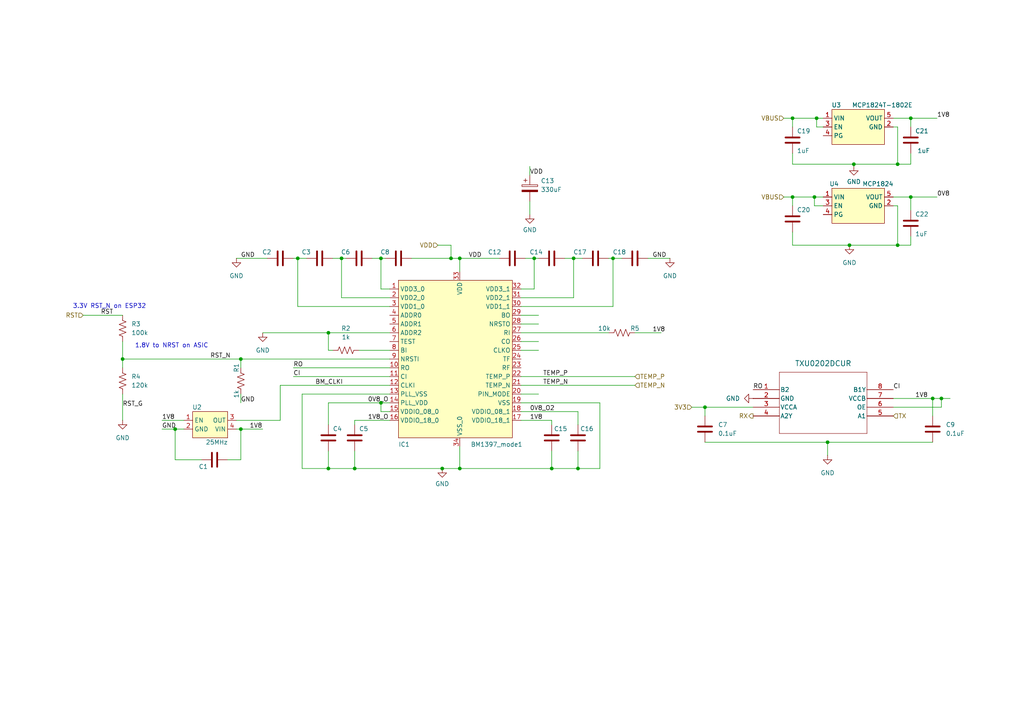
<source format=kicad_sch>
(kicad_sch (version 20231120) (generator "eeschema") (generator_version "8.0")
  (paper "A4")
  (lib_symbols
    (symbol "Device:C" (pin_numbers hide) (pin_names (offset 0.254))
      (property "Reference" "C" (at 0.635 2.54 0))
      (property "Value" "C" (at 0.635 -2.54 0))
      (symbol "C_0_1"
        (polyline (pts (xy -2.032 -0.762) (xy 2.032 -0.762)) (stroke (width 0.508)))
        (polyline (pts (xy -2.032 0.762) (xy 2.032 0.762)) (stroke (width 0.508)))
      )
      (symbol "C_1_1"
        (pin passive line (at 0 3.81 270) (length 2.794) (name "~") (number "1"))
        (pin passive line (at 0 -3.81 90) (length 2.794) (name "~") (number "2"))
      )
    )
    (symbol "Device:C_Polarized" (pin_numbers hide) (pin_names (offset 0.254))
      (property "Reference" "C" (at 0.635 2.54 0))
      (property "Value" "C_Polarized" (at 0.635 -2.54 0))
      (symbol "C_Polarized_0_1"
        (rectangle (start -2.286 0.508) (end 2.286 1.016))
        (polyline (pts (xy -1.778 2.286) (xy -0.762 2.286)))
        (polyline (pts (xy -1.27 2.794) (xy -1.27 1.778)))
        (rectangle (start 2.286 -0.508) (end -2.286 -1.016) (fill (type outline)))
      )
      (symbol "C_Polarized_1_1"
        (pin passive line (at 0 3.81 270) (length 2.794) (name "~") (number "1"))
        (pin passive line (at 0 -3.81 90) (length 2.794) (name "~") (number "2"))
      )
    )
    (symbol "Device:R_US" (pin_numbers hide) (pin_names (offset 0))
      (property "Reference" "R" (at 2.54 0 90))
      (property "Value" "R_US" (at -2.54 0 90))
      (symbol "R_US_0_1"
        (polyline (pts (xy 0 -2.286) (xy 0 -2.54)))
        (polyline (pts (xy 0 2.286) (xy 0 2.54)))
        (polyline (pts (xy 0 -0.762) (xy 1.016 -1.143) (xy 0 -1.524) (xy -1.016 -1.905) (xy 0 -2.286)))
        (polyline (pts (xy 0 0.762) (xy 1.016 0.381) (xy 0 0) (xy -1.016 -0.381) (xy 0 -0.762)))
        (polyline (pts (xy 0 2.286) (xy 1.016 1.905) (xy 0 1.524) (xy -1.016 1.143) (xy 0 0.762)))
      )
      (symbol "R_US_1_1"
        (pin passive line (at 0 3.81 270) (length 1.27) (name "~") (number "1"))
        (pin passive line (at 0 -3.81 90) (length 1.27) (name "~") (number "2"))
      )
    )
    (symbol "GND_1" (power) (pin_numbers hide) (pin_names (offset 0) hide)
      (property "Value" "GND" (at 0 -3.81 0))
      (symbol "GND_1_0_1"
        (polyline (pts (xy 0 0) (xy 0 -1.27) (xy 1.27 -1.27) (xy 0 -2.54) (xy -1.27 -1.27) (xy 0 -1.27)))
      )
      (symbol "GND_1_1_1"
        (pin power_in line (at 0 0 270) (length 0) (name "~") (number "1"))
      )
    )
    (symbol "GND_2" (power) (pin_numbers hide) (pin_names (offset 0) hide)
      (property "Value" "GND" (at 0 -3.81 0))
      (symbol "GND_2_0_1"
        (polyline (pts (xy 0 0) (xy 0 -1.27) (xy 1.27 -1.27) (xy 0 -2.54) (xy -1.27 -1.27) (xy 0 -1.27)))
      )
      (symbol "GND_2_1_1"
        (pin power_in line (at 0 0 270) (length 0) (name "~") (number "1"))
      )
    )
    (symbol "GND_3" (power) (pin_numbers hide) (pin_names (offset 0) hide)
      (property "Value" "GND" (at 0 -3.81 0))
      (symbol "GND_3_0_1"
        (polyline (pts (xy 0 0) (xy 0 -1.27) (xy 1.27 -1.27) (xy 0 -2.54) (xy -1.27 -1.27) (xy 0 -1.27)))
      )
      (symbol "GND_3_1_1"
        (pin power_in line (at 0 0 270) (length 0) (name "~") (number "1"))
      )
    )
    (symbol "GND_4" (power) (pin_numbers hide) (pin_names (offset 0) hide)
      (property "Value" "GND" (at 0 -3.81 0))
      (symbol "GND_4_0_1"
        (polyline (pts (xy 0 0) (xy 0 -1.27) (xy 1.27 -1.27) (xy 0 -2.54) (xy -1.27 -1.27) (xy 0 -1.27)))
      )
      (symbol "GND_4_1_1"
        (pin power_in line (at 0 0 270) (length 0) (name "~") (number "1"))
      )
    )
    (symbol "GND_5" (power) (pin_numbers hide) (pin_names (offset 0) hide)
      (property "Value" "GND" (at 0 -3.81 0))
      (symbol "GND_5_0_1"
        (polyline (pts (xy 0 0) (xy 0 -1.27) (xy 1.27 -1.27) (xy 0 -2.54) (xy -1.27 -1.27) (xy 0 -1.27)))
      )
      (symbol "GND_5_1_1"
        (pin power_in line (at 0 0 270) (length 0) (name "~") (number "1"))
      )
    )
    (symbol "GND_6" (power) (pin_numbers hide) (pin_names (offset 0) hide)
      (property "Value" "GND" (at 0 -3.81 0))
      (symbol "GND_6_0_1"
        (polyline (pts (xy 0 0) (xy 0 -1.27) (xy 1.27 -1.27) (xy 0 -2.54) (xy -1.27 -1.27) (xy 0 -1.27)))
      )
      (symbol "GND_6_1_1"
        (pin power_in line (at 0 0 270) (length 0) (name "~") (number "1"))
      )
    )
    (symbol "MCP1824_1"
      (property "Reference" "U" (at -7.62 5.08 0))
      (property "Value" "MCP1824_1" (at 5.08 5.08 0))
      (symbol "MCP1824_1_0_1"
        (rectangle (start -7.62 3.81) (end 7.62 -6.35) (stroke (width 0.1524)) (fill (type background)))
      )
      (symbol "MCP1824_1_1_0"
        (pin bidirectional line (at -10.16 1.27 0) (length 2.54) (name "VIN") (number "1"))
        (pin bidirectional line (at 10.16 -1.27 180) (length 2.54) (name "GND") (number "2"))
        (pin bidirectional line (at -10.16 -1.27 0) (length 2.54) (name "EN") (number "3"))
        (pin bidirectional line (at -10.16 -3.81 0) (length 2.54) (name "PG") (number "4"))
        (pin bidirectional line (at 10.16 1.27 180) (length 2.54) (name "VOUT") (number "5"))
      )
    )
    (symbol "bitaxe:BM1397_mode1"
      (property "Reference" "IC" (at -17.78 17.78 0))
      (property "Value" "BM1397_mode1" (at -17.78 -30.48 0))
      (symbol "BM1397_mode1_1_0"
        (pin bidirectional line (at -20.32 15.24 0) (length 2.54) (name "VDD3_0") (number "1"))
        (pin bidirectional line (at -20.32 -7.62 0) (length 2.54) (name "RO") (number "10"))
        (pin bidirectional line (at -20.32 -10.16 0) (length 2.54) (name "CI") (number "11"))
        (pin bidirectional line (at -20.32 -12.7 0) (length 2.54) (name "CLKI") (number "12"))
        (pin bidirectional line (at -20.32 -15.24 0) (length 2.54) (name "PLL_VSS") (number "13"))
        (pin bidirectional line (at -20.32 -17.78 0) (length 2.54) (name "PLL_VDD") (number "14"))
        (pin bidirectional line (at -20.32 -20.32 0) (length 2.54) (name "VDDIO_08_0") (number "15"))
        (pin bidirectional line (at -20.32 -22.86 0) (length 2.54) (name "VDDIO_18_0") (number "16"))
        (pin bidirectional line (at 17.78 -22.86 180) (length 2.54) (name "VDDIO_18_1") (number "17"))
        (pin bidirectional line (at 17.78 -20.32 180) (length 2.54) (name "VDDIO_08_1") (number "18"))
        (pin bidirectional line (at 17.78 -17.78 180) (length 2.54) (name "VSS") (number "19"))
        (pin bidirectional line (at -20.32 12.7 0) (length 2.54) (name "VDD2_0") (number "2"))
        (pin bidirectional line (at 17.78 -15.24 180) (length 2.54) (name "PIN_MODE") (number "20"))
        (pin bidirectional line (at 17.78 -12.7 180) (length 2.54) (name "TEMP_N") (number "21"))
        (pin bidirectional line (at 17.78 -10.16 180) (length 2.54) (name "TEMP_P") (number "22"))
        (pin bidirectional line (at 17.78 -7.62 180) (length 2.54) (name "RF") (number "23"))
        (pin bidirectional line (at 17.78 -5.08 180) (length 2.54) (name "TF") (number "24"))
        (pin bidirectional line (at 17.78 -2.54 180) (length 2.54) (name "CLKO") (number "25"))
        (pin bidirectional line (at 17.78 0 180) (length 2.54) (name "CO") (number "26"))
        (pin bidirectional line (at 17.78 2.54 180) (length 2.54) (name "RI") (number "27"))
        (pin bidirectional line (at 17.78 5.08 180) (length 2.54) (name "NRSTO") (number "28"))
        (pin bidirectional line (at 17.78 7.62 180) (length 2.54) (name "BO") (number "29"))
        (pin bidirectional line (at -20.32 10.16 0) (length 2.54) (name "VDD1_0") (number "3"))
        (pin bidirectional line (at 17.78 10.16 180) (length 2.54) (name "VDD1_1") (number "30"))
        (pin bidirectional line (at 17.78 12.7 180) (length 2.54) (name "VDD2_1") (number "31"))
        (pin bidirectional line (at 17.78 15.24 180) (length 2.54) (name "VDD3_1") (number "32"))
        (pin bidirectional line (at 0 20.32 270) (length 2.54) (name "VDD") (number "33"))
        (pin bidirectional line (at 0 -30.48 90) (length 2.54) (name "VSS_0") (number "34"))
        (pin bidirectional line (at -20.32 7.62 0) (length 2.54) (name "ADDR0") (number "4"))
        (pin bidirectional line (at -20.32 5.08 0) (length 2.54) (name "ADDR1") (number "5"))
        (pin bidirectional line (at -20.32 2.54 0) (length 2.54) (name "ADDR2") (number "6"))
        (pin bidirectional line (at -20.32 0 0) (length 2.54) (name "TEST") (number "7"))
        (pin bidirectional line (at -20.32 -2.54 0) (length 2.54) (name "BI") (number "8"))
        (pin bidirectional line (at -20.32 -5.08 0) (length 2.54) (name "NRSTI") (number "9"))
      )
      (symbol "BM1397_mode1_1_1"
        (rectangle (start -17.78 17.78) (end 15.24 -27.94) (stroke (width 0.1524)) (fill (type background)))
      )
    )
    (symbol "bitaxe:MCP1824"
      (property "Reference" "U" (at -7.62 5.08 0))
      (property "Value" "MCP1824" (at 5.08 5.08 0))
      (symbol "MCP1824_0_1"
        (rectangle (start -7.62 3.81) (end 7.62 -6.35) (stroke (width 0.1524)) (fill (type background)))
      )
      (symbol "MCP1824_1_0"
        (pin bidirectional line (at -10.16 1.27 0) (length 2.54) (name "VIN") (number "1"))
        (pin bidirectional line (at 10.16 -1.27 180) (length 2.54) (name "GND") (number "2"))
        (pin bidirectional line (at -10.16 -1.27 0) (length 2.54) (name "EN") (number "3"))
        (pin bidirectional line (at -10.16 -3.81 0) (length 2.54) (name "PG") (number "4"))
        (pin bidirectional line (at 10.16 1.27 180) (length 2.54) (name "VOUT") (number "5"))
      )
    )
    (symbol "bitaxe:TXU0202DCUR" (pin_names (offset 0.254))
      (property "Reference" "U" (at 20.32 10.16 0))
      (property "Value" "TXU0202DCUR" (at 20.32 7.62 0))
      (symbol "TXU0202DCUR_0_1"
        (polyline (pts (xy 7.62 -12.7) (xy 33.02 -12.7)) (stroke (width 0.127)))
        (polyline (pts (xy 7.62 5.08) (xy 7.62 -12.7)) (stroke (width 0.127)))
        (polyline (pts (xy 33.02 -12.7) (xy 33.02 5.08)) (stroke (width 0.127)))
        (polyline (pts (xy 33.02 5.08) (xy 7.62 5.08)) (stroke (width 0.127)))
        (pin input line (at 0 0 0) (length 7.62) (name "B2") (number "1"))
        (pin power_out line (at 0 -2.54 0) (length 7.62) (name "GND") (number "2"))
        (pin power_in line (at 0 -5.08 0) (length 7.62) (name "VCCA") (number "3"))
        (pin output line (at 0 -7.62 0) (length 7.62) (name "A2Y") (number "4"))
        (pin input line (at 40.64 -7.62 180) (length 7.62) (name "A1") (number "5"))
        (pin input line (at 40.64 -5.08 180) (length 7.62) (name "OE") (number "6"))
        (pin power_in line (at 40.64 -2.54 180) (length 7.62) (name "VCCB") (number "7"))
        (pin output line (at 40.64 0 180) (length 7.62) (name "B1Y") (number "8"))
      )
    )
    (symbol "bitaxe:oscillator"
      (property "Reference" "U" (at -3.81 5.08 0))
      (property "Value" "oscillator" (at 0 -5.08 0))
      (symbol "oscillator_0_1"
        (rectangle (start -5.08 3.81) (end 5.08 -3.81) (stroke (width 0.1524)) (fill (type background)))
      )
      (symbol "oscillator_1_0"
        (pin bidirectional line (at -7.62 1.27 0) (length 2.54) (name "EN") (number "1"))
        (pin bidirectional line (at -7.62 -1.27 0) (length 2.54) (name "GND") (number "2"))
        (pin bidirectional line (at 7.62 1.27 180) (length 2.54) (name "OUT") (number "3"))
        (pin bidirectional line (at 7.62 -1.27 180) (length 2.54) (name "VIN") (number "4"))
      )
    )
    (symbol "power:GND" (power) (pin_names (offset 0))
      (property "Value" "GND" (at 0 -3.81 0))
      (symbol "GND_0_1"
        (polyline (pts (xy 0 0) (xy 0 -1.27) (xy 1.27 -1.27) (xy 0 -2.54) (xy -1.27 -1.27) (xy 0 -1.27)))
      )
      (symbol "GND_1_1"
        (pin power_in line (at 0 0 270) (length 0) hide (name "GND") (number "1"))
      )
    )
  )
  (junction (at 240.03 128.27))
  (junction (at 260.35 47.625) (diameter 0.9144))
  (junction (at 229.87 57.15) (diameter 0.9144))
  (junction (at 236.855 34.29))
  (junction (at 95.25 135.89))
  (junction (at 229.87 34.29) (diameter 0.9144))
  (junction (at 160.02 135.89))
  (junction (at 130.81 74.93))
  (junction (at 50.8 124.46))
  (junction (at 204.47 118.11))
  (junction (at 167.64 135.89))
  (junction (at 270.51 115.57))
  (junction (at 128.27 135.89))
  (junction (at 102.87 135.89))
  (junction (at 236.22 57.15))
  (junction (at 247.65 47.625))
  (junction (at 264.16 57.15) (diameter 0.9144))
  (junction (at 99.06 74.93))
  (junction (at 154.94 74.93))
  (junction (at 35.56 104.14))
  (junction (at 273.05 115.57))
  (junction (at 166.37 74.93))
  (junction (at 95.25 96.52))
  (junction (at 264.16 34.29) (diameter 0.9144))
  (junction (at 86.36 74.93))
  (junction (at 177.8 74.93))
  (junction (at 246.38 71.12))
  (junction (at 110.49 116.84))
  (junction (at 133.35 135.89))
  (junction (at 69.85 124.46))
  (junction (at 133.35 74.93))
  (junction (at 260.35 71.12) (diameter 0.9144))
  (junction (at 69.85 104.14))
  (junction (at 110.49 74.93))
  (wire (pts (xy 273.05 118.11) (xy 273.05 115.57)))
  (wire (pts (xy 133.35 135.89) (xy 133.35 129.54)))
  (wire (pts (xy 110.49 74.93) (xy 110.49 83.82)))
  (wire (pts (xy 35.56 104.14) (xy 69.85 104.14)))
  (wire (pts (xy 107.95 74.93) (xy 110.49 74.93)))
  (wire (pts (xy 69.85 124.46) (xy 76.2 124.46)))
  (wire (pts (xy 102.87 130.81) (xy 102.87 135.89)))
  (wire (pts (xy 68.58 124.46) (xy 69.85 124.46)))
  (wire (pts (xy 187.96 74.93) (xy 194.31 74.93)))
  (wire (pts (xy 154.94 74.93) (xy 156.21 74.93)))
  (wire (pts (xy 240.03 128.27) (xy 270.51 128.27)))
  (wire (pts (xy 273.05 115.57) (xy 275.59 115.57)))
  (wire (pts (xy 76.2 96.52) (xy 95.25 96.52)))
  (wire (pts (xy 166.37 86.36) (xy 166.37 74.93)))
  (wire (pts (xy 153.67 58.42) (xy 153.67 62.23)))
  (wire (pts (xy 236.22 59.69) (xy 238.76 59.69)))
  (wire (pts (xy 184.15 96.52) (xy 191.77 96.52)))
  (wire (pts (xy 160.02 130.81) (xy 160.02 135.89)))
  (wire (pts (xy 86.36 88.9) (xy 86.36 74.93)))
  (wire (pts (xy 173.99 116.84) (xy 151.13 116.84)))
  (wire (pts (xy 260.35 71.12) (xy 246.38 71.12)))
  (wire (pts (xy 110.49 119.38) (xy 110.49 116.84)))
  (wire (pts (xy 35.56 104.14) (xy 35.56 106.68)))
  (wire (pts (xy 68.58 121.92) (xy 81.28 121.92)))
  (wire (pts (xy 264.16 34.29) (xy 271.78 34.29)))
  (wire (pts (xy 260.35 59.69) (xy 259.08 59.69)))
  (wire (pts (xy 229.87 47.625) (xy 247.65 47.625)))
  (wire (pts (xy 35.56 114.3) (xy 35.56 121.92)))
  (wire (pts (xy 264.16 44.45) (xy 264.16 47.625)))
  (wire (pts (xy 95.25 130.81) (xy 95.25 135.89)))
  (wire (pts (xy 152.4 74.93) (xy 154.94 74.93)))
  (wire (pts (xy 236.22 59.69) (xy 236.22 57.15)))
  (wire (pts (xy 81.28 111.76) (xy 81.28 121.92)))
  (wire (pts (xy 50.8 133.35) (xy 50.8 124.46)))
  (wire (pts (xy 127 71.12) (xy 130.81 71.12)))
  (wire (pts (xy 227.33 57.15) (xy 229.87 57.15)))
  (wire (pts (xy 46.99 124.46) (xy 50.8 124.46)))
  (wire (pts (xy 167.64 119.38) (xy 167.64 123.19)))
  (wire (pts (xy 95.25 135.89) (xy 102.87 135.89)))
  (wire (pts (xy 259.08 115.57) (xy 270.51 115.57)))
  (wire (pts (xy 229.87 44.45) (xy 229.87 47.625)))
  (wire (pts (xy 87.63 114.3) (xy 87.63 135.89)))
  (wire (pts (xy 229.87 34.29) (xy 229.87 36.83)))
  (wire (pts (xy 236.22 57.15) (xy 238.76 57.15)))
  (wire (pts (xy 151.13 119.38) (xy 167.64 119.38)))
  (wire (pts (xy 95.25 116.84) (xy 110.49 116.84)))
  (wire (pts (xy 236.855 36.83) (xy 236.855 34.29)))
  (wire (pts (xy 119.38 74.93) (xy 130.81 74.93)))
  (wire (pts (xy 151.13 91.44) (xy 156.21 91.44)))
  (wire (pts (xy 229.87 34.29) (xy 236.855 34.29)))
  (wire (pts (xy 68.58 74.93) (xy 77.47 74.93)))
  (wire (pts (xy 151.13 101.6) (xy 156.21 101.6)))
  (wire (pts (xy 85.09 109.22) (xy 113.03 109.22)))
  (wire (pts (xy 259.08 57.15) (xy 264.16 57.15)))
  (wire (pts (xy 113.03 83.82) (xy 110.49 83.82)))
  (wire (pts (xy 229.87 57.15) (xy 229.87 59.69)))
  (wire (pts (xy 86.36 74.93) (xy 88.9 74.93)))
  (wire (pts (xy 128.27 135.89) (xy 133.35 135.89)))
  (wire (pts (xy 259.08 34.29) (xy 264.16 34.29)))
  (wire (pts (xy 204.47 118.11) (xy 218.44 118.11)))
  (wire (pts (xy 166.37 74.93) (xy 168.91 74.93)))
  (wire (pts (xy 133.35 74.93) (xy 133.35 78.74)))
  (wire (pts (xy 173.99 135.89) (xy 173.99 116.84)))
  (wire (pts (xy 133.35 135.89) (xy 160.02 135.89)))
  (wire (pts (xy 66.04 133.35) (xy 69.85 133.35)))
  (wire (pts (xy 151.13 121.92) (xy 160.02 121.92)))
  (wire (pts (xy 200.66 118.11) (xy 204.47 118.11)))
  (wire (pts (xy 153.67 50.8) (xy 153.67 48.26)))
  (wire (pts (xy 81.28 111.76) (xy 113.03 111.76)))
  (wire (pts (xy 270.51 115.57) (xy 270.51 120.65)))
  (wire (pts (xy 151.13 111.76) (xy 184.15 111.76)))
  (wire (pts (xy 69.85 104.14) (xy 113.03 104.14)))
  (wire (pts (xy 46.99 121.92) (xy 53.34 121.92)))
  (wire (pts (xy 151.13 96.52) (xy 176.53 96.52)))
  (wire (pts (xy 95.25 123.19) (xy 95.25 116.84)))
  (wire (pts (xy 69.85 133.35) (xy 69.85 124.46)))
  (wire (pts (xy 163.83 74.93) (xy 166.37 74.93)))
  (wire (pts (xy 151.13 99.06) (xy 156.21 99.06)))
  (wire (pts (xy 167.64 135.89) (xy 173.99 135.89)))
  (wire (pts (xy 264.16 47.625) (xy 260.35 47.625)))
  (wire (pts (xy 24.13 91.44) (xy 35.56 91.44)))
  (wire (pts (xy 130.81 71.12) (xy 130.81 74.93)))
  (wire (pts (xy 85.09 106.68) (xy 113.03 106.68)))
  (wire (pts (xy 236.855 34.29) (xy 238.76 34.29)))
  (wire (pts (xy 144.78 74.93) (xy 133.35 74.93)))
  (wire (pts (xy 264.16 57.15) (xy 264.16 60.96)))
  (wire (pts (xy 151.13 93.98) (xy 156.21 93.98)))
  (wire (pts (xy 204.47 128.27) (xy 240.03 128.27)))
  (wire (pts (xy 176.53 74.93) (xy 177.8 74.93)))
  (wire (pts (xy 50.8 124.46) (xy 53.34 124.46)))
  (wire (pts (xy 102.87 135.89) (xy 128.27 135.89)))
  (wire (pts (xy 113.03 86.36) (xy 99.06 86.36)))
  (wire (pts (xy 113.03 119.38) (xy 110.49 119.38)))
  (wire (pts (xy 110.49 116.84) (xy 113.03 116.84)))
  (wire (pts (xy 260.35 36.83) (xy 260.35 47.625)))
  (wire (pts (xy 160.02 135.89) (xy 167.64 135.89)))
  (wire (pts (xy 104.14 101.6) (xy 113.03 101.6)))
  (wire (pts (xy 229.87 57.15) (xy 236.22 57.15)))
  (wire (pts (xy 95.25 96.52) (xy 113.03 96.52)))
  (wire (pts (xy 69.85 114.3) (xy 69.85 116.84)))
  (wire (pts (xy 259.08 118.11) (xy 273.05 118.11)))
  (wire (pts (xy 35.56 99.06) (xy 35.56 104.14)))
  (wire (pts (xy 167.64 130.81) (xy 167.64 135.89)))
  (wire (pts (xy 102.87 123.19) (xy 102.87 121.92)))
  (wire (pts (xy 96.52 101.6) (xy 95.25 101.6)))
  (wire (pts (xy 102.87 121.92) (xy 113.03 121.92)))
  (wire (pts (xy 95.25 101.6) (xy 95.25 96.52)))
  (wire (pts (xy 260.35 36.83) (xy 259.08 36.83)))
  (wire (pts (xy 87.63 135.89) (xy 95.25 135.89)))
  (wire (pts (xy 58.42 133.35) (xy 50.8 133.35)))
  (wire (pts (xy 264.16 34.29) (xy 264.16 36.83)))
  (wire (pts (xy 87.63 114.3) (xy 113.03 114.3)))
  (wire (pts (xy 151.13 88.9) (xy 177.8 88.9)))
  (wire (pts (xy 204.47 118.11) (xy 204.47 120.65)))
  (wire (pts (xy 260.35 59.69) (xy 260.35 71.12)))
  (wire (pts (xy 110.49 74.93) (xy 111.76 74.93)))
  (wire (pts (xy 227.33 34.29) (xy 229.87 34.29)))
  (wire (pts (xy 85.09 74.93) (xy 86.36 74.93)))
  (wire (pts (xy 247.65 47.625) (xy 260.35 47.625)))
  (wire (pts (xy 113.03 88.9) (xy 86.36 88.9)))
  (wire (pts (xy 264.16 71.12) (xy 260.35 71.12)))
  (wire (pts (xy 229.87 67.31) (xy 229.87 71.12)))
  (wire (pts (xy 177.8 88.9) (xy 177.8 74.93)))
  (wire (pts (xy 130.81 74.93) (xy 133.35 74.93)))
  (wire (pts (xy 247.65 47.625) (xy 247.65 48.26)))
  (wire (pts (xy 96.52 74.93) (xy 99.06 74.93)))
  (wire (pts (xy 99.06 86.36) (xy 99.06 74.93)))
  (wire (pts (xy 264.16 68.58) (xy 264.16 71.12)))
  (wire (pts (xy 160.02 121.92) (xy 160.02 123.19)))
  (wire (pts (xy 264.16 57.15) (xy 271.78 57.15)))
  (wire (pts (xy 99.06 74.93) (xy 100.33 74.93)))
  (wire (pts (xy 236.855 36.83) (xy 238.76 36.83)))
  (wire (pts (xy 240.03 128.27) (xy 240.03 132.08)))
  (wire (pts (xy 246.38 71.12) (xy 229.87 71.12)))
  (wire (pts (xy 270.51 115.57) (xy 273.05 115.57)))
  (wire (pts (xy 154.94 83.82) (xy 154.94 74.93)))
  (wire (pts (xy 69.85 104.14) (xy 69.85 106.68)))
  (wire (pts (xy 151.13 86.36) (xy 166.37 86.36)))
  (wire (pts (xy 151.13 109.22) (xy 184.15 109.22)))
  (wire (pts (xy 151.13 83.82) (xy 154.94 83.82)))
  (wire (pts (xy 151.13 114.3) (xy 156.21 114.3)))
  (wire (pts (xy 177.8 74.93) (xy 180.34 74.93)))
  (text "3.3V RST_N on ESP32" (at 31.75 88.9 0) (effects (font (size 1.27 1.27))))
  (text "1.8V to NRST on ASIC" (at 49.784 100.33 0) (effects (font (size 1.27 1.27))))
  (label "TEMP_N" (at 157.48 111.76 0))
  (label "1V8" (at 153.67 121.92 0))
  (label "0V8_O" (at 106.68 116.84 0))
  (label "VDD" (at 135.89 74.93 0))
  (label "RST" (at 29.21 91.44 0))
  (label "GND" (at 46.99 124.46 0))
  (label "GND" (at 189.23 74.93 0))
  (label "RST_N" (at 60.96 104.14 0))
  (label "1V8" (at 46.99 121.92 0))
  (label "CI" (at 259.08 113.03 0))
  (label "0V8_O2" (at 153.67 119.38 0))
  (label "1V8_O" (at 106.68 121.92 0))
  (label "BM_CLKI" (at 91.44 111.76 0))
  (label "0V8" (at 271.78 57.15 0))
  (label "GND" (at 69.85 74.93 0))
  (label "1V8" (at 189.23 96.52 0))
  (label "CI" (at 85.09 109.22 0))
  (label "1V8" (at 72.39 124.46 0))
  (label "1V8" (at 265.43 115.57 0))
  (label "TEMP_P" (at 157.48 109.22 0))
  (label "GND" (at 69.85 116.84 0))
  (label "RO" (at 218.44 113.03 0))
  (label "RO" (at 85.09 106.68 0))
  (label "1V8" (at 271.78 34.29 0))
  (label "VDD" (at 153.67 50.8 0))
  (label "RST_G" (at 35.56 118.11 0))
  (hierarchical_label "TX" (shape input) (at 259.08 120.65 0))
  (hierarchical_label "3V3" (shape input) (at 200.66 118.11 180))
  (hierarchical_label "RST" (shape input) (at 24.13 91.44 180))
  (hierarchical_label "TEMP_N" (shape input) (at 184.15 111.76 0))
  (hierarchical_label "RX" (shape output) (at 218.44 120.65 180))
  (hierarchical_label "VBUS" (shape input) (at 227.33 34.29 180))
  (hierarchical_label "VBUS" (shape input) (at 227.33 57.15 180))
  (hierarchical_label "VDD" (shape input) (at 127 71.12 180))
  (hierarchical_label "TEMP_P" (shape input) (at 184.15 109.22 0))
  (symbol (lib_id "Device:C") (at 160.02 74.93 90) (unit 1)
    (property "Reference" "C14" (at 157.48 72.39 90) (effects (justify left bottom)))
    (property "Value" "587-5514-1-ND" (effects (hide yes)))
    (property "Footprint" "Capacitor_SMD:C_0402_1005Metric" (effects (hide yes)))
    (property "DK" "587-5514-1-ND" (effects (hide yes)))
  )
  (symbol (lib_id "Device:R_US") (at 35.56 110.49 0) (unit 1)
    (property "Reference" "R4" (at 38.1 109.2199 0) (effects (justify left)))
    (property "Value" "120k" (at 38.1 111.7599 0) (effects (justify left)))
    (property "Footprint" "Resistor_SMD:R_0402_1005Metric" (effects (hide yes)))
    (property "Description" "Resistor, US symbol" (effects (hide yes)))
  )
  (symbol (lib_id "Device:R_US") (at 35.56 95.25 0) (unit 1)
    (property "Reference" "R3" (at 38.1 93.9799 0) (effects (justify left)))
    (property "Value" "100k" (at 38.1 96.5199 0) (effects (justify left)))
    (property "Footprint" "Resistor_SMD:R_0402_1005Metric" (effects (hide yes)))
    (property "Description" "Resistor, US symbol" (effects (hide yes)))
  )
  (symbol (lib_id "Device:C") (at 95.25 127 0) (unit 1)
    (property "Reference" "C4" (at 96.52 125.095 0) (effects (justify left bottom)))
    (property "Value" "587-5514-1-ND" (effects (hide yes)))
    (property "Footprint" "Capacitor_SMD:C_0402_1005Metric" (effects (hide yes)))
    (property "DK" "587-5514-1-ND" (effects (hide yes)))
  )
  (symbol (lib_id "power:GND") (at 247.65 48.26 0) (mirror y) (unit 1)
    (property "Reference" "#PWR012" (effects (hide yes)))
    (property "Value" "GND" (at 247.65 52.705 0))
  )
  (symbol (lib_id "Device:C") (at 167.64 127 0) (unit 1)
    (property "Reference" "C16" (at 168.275 125.095 0) (effects (justify left bottom)))
    (property "Value" "587-5514-1-ND" (effects (hide yes)))
    (property "Footprint" "Capacitor_SMD:C_0402_1005Metric" (effects (hide yes)))
    (property "DK" "587-5514-1-ND" (effects (hide yes)))
  )
  (symbol (lib_id "Device:C") (at 115.57 74.93 90) (unit 1)
    (property "Reference" "C8" (at 113.03 72.39 90) (effects (justify left bottom)))
    (property "Value" "587-5514-1-ND" (effects (hide yes)))
    (property "Footprint" "Capacitor_SMD:C_0402_1005Metric" (effects (hide yes)))
    (property "DK" "587-5514-1-ND" (effects (hide yes)))
  )
  (symbol (lib_id "Device:C") (at 264.16 64.77 0) (unit 1)
    (property "Reference" "C22" (at 265.43 62.865 0) (effects (justify left bottom)))
    (property "Value" "1uF" (at 265.43 68.58 0) (effects (justify left bottom)))
    (property "Footprint" "Capacitor_SMD:C_0402_1005Metric" (effects (hide yes)))
    (property "DK" "587-5514-1-ND" (effects (hide yes)))
  )
  (symbol (lib_name "GND_1") (lib_id "power:GND") (at 68.58 74.93 0) (unit 1)
    (property "Reference" "#PWR07" (effects (hide yes)))
    (property "Value" "GND" (at 68.58 80.01 0))
    (property "Description" "Power symbol creates a global label with name \"GND\" , ground" (effects (hide yes)))
  )
  (symbol (lib_id "Device:C") (at 104.14 74.93 90) (unit 1)
    (property "Reference" "C6" (at 101.6 72.39 90) (effects (justify left bottom)))
    (property "Value" "587-5514-1-ND" (effects (hide yes)))
    (property "Footprint" "Capacitor_SMD:C_0402_1005Metric" (effects (hide yes)))
    (property "DK" "587-5514-1-ND" (effects (hide yes)))
  )
  (symbol (lib_id "power:GND") (at 128.27 135.89 0) (mirror y) (unit 1)
    (property "Reference" "#PWR02" (effects (hide yes)))
    (property "Value" "GND" (at 128.27 140.335 0))
  )
  (symbol (lib_id "Device:C") (at 229.87 40.64 0) (unit 1)
    (property "Reference" "C19" (at 231.14 38.735 0) (effects (justify left bottom)))
    (property "Value" "1uF" (at 231.14 44.45 0) (effects (justify left bottom)))
    (property "Footprint" "Capacitor_SMD:C_0402_1005Metric" (effects (hide yes)))
    (property "DK" "587-5514-1-ND" (effects (hide yes)))
    (property "PARTNO" "EMK105BJ105MV-F" (effects (hide yes)))
  )
  (symbol (lib_id "bitaxe:BM1397_mode1") (at 133.35 99.06 0) (unit 1)
    (property "Reference" "IC1" (at 115.57 128.905 0) (effects (justify left)))
    (property "Value" "BM1397_mode1" (at 136.525 128.905 0) (effects (justify left)))
    (property "Footprint" "bitaxe:BM1397" (effects (hide yes)))
    (property "DNP" "T" (effects (hide yes)))
  )
  (symbol (lib_name "GND_2") (lib_id "power:GND") (at 194.31 74.93 0) (unit 1)
    (property "Reference" "#PWR08" (effects (hide yes)))
    (property "Value" "GND" (at 194.31 80.01 0))
    (property "Description" "Power symbol creates a global label with name \"GND\" , ground" (effects (hide yes)))
  )
  (symbol (lib_id "bitaxe:MCP1824") (at 248.92 35.56 0) (unit 1)
    (property "Reference" "U3" (at 242.57 30.48 0))
    (property "Value" "MCP1824T-1802E" (at 255.905 30.48 0))
    (property "Footprint" "Package_TO_SOT_SMD:SOT-23-5" (effects (hide yes)))
    (property "Datasheet" "https://ww1.microchip.com/downloads/en/DeviceDoc/22070a.pdf" (effects (hide yes)))
    (property "PARTNO" "MCP1824T-1802E/OT" (effects (hide yes)))
    (property "DK" "MCP1824T-1802E/OTCT-ND" (effects (hide yes)))
  )
  (symbol (lib_id "Device:C") (at 81.28 74.93 90) (unit 1)
    (property "Reference" "C2" (at 78.74 72.39 90) (effects (justify left bottom)))
    (property "Value" "587-5514-1-ND" (effects (hide yes)))
    (property "Footprint" "Capacitor_SMD:C_0402_1005Metric" (effects (hide yes)))
    (property "DK" "587-5514-1-ND" (effects (hide yes)))
  )
  (symbol (lib_id "Device:C") (at 92.71 74.93 90) (unit 1)
    (property "Reference" "C3" (at 90.17 72.39 90) (effects (justify left bottom)))
    (property "Value" "587-5514-1-ND" (effects (hide yes)))
    (property "Footprint" "Capacitor_SMD:C_0402_1005Metric" (effects (hide yes)))
    (property "DK" "587-5514-1-ND" (effects (hide yes)))
  )
  (symbol (lib_id "Device:C") (at 264.16 40.64 0) (unit 1)
    (property "Reference" "C21" (at 265.43 38.735 0) (effects (justify left bottom)))
    (property "Value" "1uF" (at 266.065 44.45 0) (effects (justify left bottom)))
    (property "Footprint" "Capacitor_SMD:C_0402_1005Metric" (effects (hide yes)))
    (property "DK" "587-5514-1-ND" (effects (hide yes)))
    (property "PARTNO" "EMK105BJ105MV-F" (effects (hide yes)))
  )
  (symbol (lib_id "Device:C") (at 102.87 127 0) (unit 1)
    (property "Reference" "C5" (at 104.14 125.095 0) (effects (justify left bottom)))
    (property "Value" "587-5514-1-ND" (effects (hide yes)))
    (property "Footprint" "Capacitor_SMD:C_0402_1005Metric" (effects (hide yes)))
    (property "DK" "587-5514-1-ND" (effects (hide yes)))
  )
  (symbol (lib_id "Device:C") (at 172.72 74.93 90) (unit 1)
    (property "Reference" "C17" (at 170.18 72.39 90) (effects (justify left bottom)))
    (property "Value" "587-5514-1-ND" (effects (hide yes)))
    (property "Footprint" "Capacitor_SMD:C_0402_1005Metric" (effects (hide yes)))
    (property "DK" "587-5514-1-ND" (effects (hide yes)))
  )
  (symbol (lib_name "MCP1824_1") (lib_id "bitaxe:MCP1824") (at 248.92 58.42 0) (unit 1)
    (property "Reference" "U4" (at 241.935 53.34 0))
    (property "Value" "MCP1824" (at 254.635 53.34 0))
    (property "Footprint" "Package_TO_SOT_SMD:SOT-23-5" (effects (hide yes)))
    (property "Datasheet" "https://ww1.microchip.com/downloads/en/DeviceDoc/22070a.pdf" (effects (hide yes)))
    (property "PARTNO" "MCP1824T-0802E/OT" (effects (hide yes)))
    (property "DK" "MCP1824T-0802E/OTCT-ND" (effects (hide yes)))
  )
  (symbol (lib_name "GND_1") (lib_id "power:GND") (at 76.2 96.52 0) (unit 1)
    (property "Reference" "#PWR05" (effects (hide yes)))
    (property "Value" "GND" (at 76.2 101.6 0))
    (property "Description" "Power symbol creates a global label with name \"GND\" , ground" (effects (hide yes)))
  )
  (symbol (lib_id "Device:R_US") (at 69.85 110.49 180) (unit 1)
    (property "Reference" "R1" (at 68.58 106.68 90))
    (property "Value" "1k" (at 68.58 114.3 90))
    (property "Footprint" "Resistor_SMD:R_0402_1005Metric" (effects (hide yes)))
    (property "DK" "YAG2306CT-ND" (effects (hide yes)))
  )
  (symbol (lib_id "Device:C") (at 229.87 63.5 0) (unit 1)
    (property "Reference" "C20" (at 231.14 61.595 0) (effects (justify left bottom)))
    (property "Value" "311-3342-1-ND" (effects (hide yes)))
    (property "Footprint" "Capacitor_SMD:C_0402_1005Metric" (effects (hide yes)))
    (property "DK" "1292-1639-1-ND" (effects (hide yes)))
  )
  (symbol (lib_id "Device:C") (at 148.59 74.93 90) (unit 1)
    (property "Reference" "C12" (at 145.415 72.39 90) (effects (justify left bottom)))
    (property "Value" "587-5514-1-ND" (effects (hide yes)))
    (property "Footprint" "Capacitor_SMD:C_0402_1005Metric" (effects (hide yes)))
    (property "DK" "587-5514-1-ND" (effects (hide yes)))
  )
  (symbol (lib_id "Device:C") (at 62.23 133.35 90) (unit 1)
    (property "Reference" "C1" (at 60.325 134.62 90) (effects (justify left bottom)))
    (property "Value" "311-3342-1-ND" (effects (hide yes)))
    (property "Footprint" "Capacitor_SMD:C_0402_1005Metric" (effects (hide yes)))
    (property "DK" "1292-1639-1-ND" (effects (hide yes)))
  )
  (symbol (lib_name "GND_3") (lib_id "power:GND") (at 35.56 121.92 0) (unit 1)
    (property "Reference" "#PWR03" (effects (hide yes)))
    (property "Value" "GND" (at 35.56 127 0))
    (property "Description" "Power symbol creates a global label with name \"GND\" , ground" (effects (hide yes)))
  )
  (symbol (lib_id "bitaxe:TXU0202DCUR") (at 218.44 113.03 0) (unit 1)
    (property "Reference" "U6" (effects (hide yes)))
    (property "Value" "TXU0202DCUR" (at 238.76 105.41 0) (effects (font (size 1.524 1.524))))
    (property "Footprint" "SO8_DCU_TEX" (effects (hide yes)))
    (property "Datasheet" "TXU0202DCUR" (effects (hide yes)))
  )
  (symbol (lib_id "Device:R_US") (at 180.34 96.52 90) (unit 1)
    (property "Reference" "R5" (at 184.15 95.25 90))
    (property "Value" "10k" (at 175.26 95.25 90))
    (property "Footprint" "Resistor_SMD:R_0402_1005Metric" (effects (hide yes)))
    (property "DK" "311-10KJRCT-ND" (effects (hide yes)))
  )
  (symbol (lib_id "Device:C") (at 160.02 127 0) (unit 1)
    (property "Reference" "C15" (at 160.655 125.095 0) (effects (justify left bottom)))
    (property "Value" "587-5514-1-ND" (effects (hide yes)))
    (property "Footprint" "Capacitor_SMD:C_0402_1005Metric" (effects (hide yes)))
    (property "DK" "587-5514-1-ND" (effects (hide yes)))
  )
  (symbol (lib_id "Device:C_Polarized") (at 153.67 54.61 0) (unit 1)
    (property "Reference" "C13" (at 156.845 52.4509 0) (effects (justify left)))
    (property "Value" "330uF" (at 156.845 54.9909 0) (effects (justify left)))
    (property "Footprint" "Capacitor_SMD:C_1210_3225Metric" (effects (hide yes)))
    (property "DK" "718-1028-1-ND" (effects (hide yes)))
    (property "PARTNO" "490-GRM32ER60G337ME05KTR-ND" (effects (hide yes)))
  )
  (symbol (lib_id "Device:C") (at 184.15 74.93 90) (unit 1)
    (property "Reference" "C18" (at 181.61 72.39 90) (effects (justify left bottom)))
    (property "Value" "587-5514-1-ND" (effects (hide yes)))
    (property "Footprint" "Capacitor_SMD:C_0402_1005Metric" (effects (hide yes)))
    (property "DK" "587-5514-1-ND" (effects (hide yes)))
  )
  (symbol (lib_id "bitaxe:oscillator") (at 60.96 123.19 0) (unit 1)
    (property "Reference" "U2" (at 57.15 118.11 0))
    (property "Value" "25MHz" (at 62.865 128.27 0))
    (property "Footprint" "bitaxe:O 25,0-JO32-B-1V3-1-T1-LF" (effects (hide yes)))
    (property "Datasheet" "https://www.jauch.com/downloadfile/5ef1edcfb8e2f73163c8ce8009ef659d1/jo32-1.8-3.3v.pdf" (effects (hide yes)))
    (property "DK" "1908-O250-JO32-B-1V3-1-T1-LFCT-ND" (effects (hide yes)))
    (property "PARTNO" "O 25,0-JO32-B-1V3-1-T1-LF" (effects (hide yes)))
  )
  (symbol (lib_name "GND_6") (lib_id "power:GND") (at 240.03 132.08 0) (unit 1)
    (property "Reference" "#PWR015" (effects (hide yes)))
    (property "Value" "GND" (at 240.03 137.16 0))
    (property "Description" "Power symbol creates a global label with name \"GND\" , ground" (effects (hide yes)))
  )
  (symbol (lib_id "Device:R_US") (at 100.33 101.6 90) (unit 1)
    (property "Reference" "R2" (at 100.33 95.25 90))
    (property "Value" "1k" (at 100.33 97.79 90))
    (property "Footprint" "Resistor_SMD:R_0402_1005Metric" (effects (hide yes)))
    (property "Description" "Resistor, US symbol" (effects (hide yes)))
  )
  (symbol (lib_id "Device:C") (at 270.51 124.46 0) (unit 1)
    (property "Reference" "C9" (at 274.32 123.1899 0) (effects (justify left)))
    (property "Value" "0.1uF" (at 274.32 125.7299 0) (effects (justify left)))
    (property "Footprint" "Capacitor_SMD:C_0402_1005Metric" (effects (hide yes)))
    (property "Description" "Unpolarized capacitor" (effects (hide yes)))
  )
  (symbol (lib_name "GND_5") (lib_id "power:GND") (at 246.38 71.12 0) (unit 1)
    (property "Reference" "#PWR013" (effects (hide yes)))
    (property "Value" "GND" (at 246.38 76.2 0))
    (property "Description" "Power symbol creates a global label with name \"GND\" , ground" (effects (hide yes)))
  )
  (symbol (lib_id "power:GND") (at 153.67 62.23 0) (mirror y) (unit 1)
    (property "Reference" "#PWR01" (effects (hide yes)))
    (property "Value" "GND" (at 153.67 66.675 0))
  )
  (symbol (lib_name "GND_4") (lib_id "power:GND") (at 218.44 115.57 270) (unit 1)
    (property "Reference" "#PWR014" (effects (hide yes)))
    (property "Value" "GND" (at 214.63 115.5699 90) (effects (justify right)))
    (property "Description" "Power symbol creates a global label with name \"GND\" , ground" (effects (hide yes)))
  )
  (symbol (lib_id "Device:C") (at 204.47 124.46 180) (unit 1)
    (property "Reference" "C7" (at 208.28 123.1899 0) (effects (justify right)))
    (property "Value" "0.1uF" (at 208.28 125.7299 0) (effects (justify right)))
    (property "Footprint" "Capacitor_SMD:C_0402_1005Metric" (effects (hide yes)))
    (property "Description" "Unpolarized capacitor" (effects (hide yes)))
  )
)
</source>
